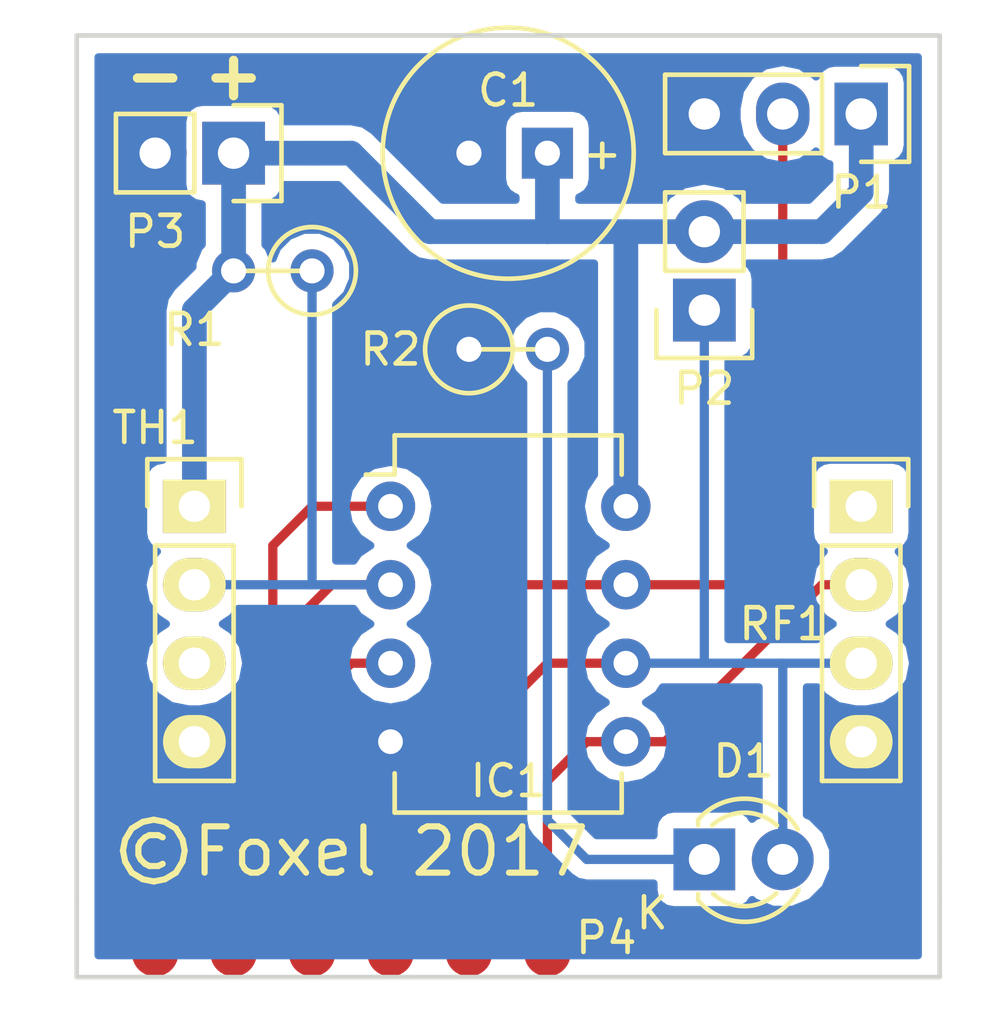
<source format=kicad_pcb>
(kicad_pcb (version 4) (host pcbnew 4.0.5+dfsg1-4)

  (general
    (links 26)
    (no_connects 0)
    (area 155.84 88.646666 188.625 122.67)
    (thickness 1.6)
    (drawings 10)
    (tracks 76)
    (zones 0)
    (modules 11)
    (nets 11)
  )

  (page A4)
  (layers
    (0 F.Cu signal)
    (31 B.Cu signal)
    (32 B.Adhes user)
    (33 F.Adhes user)
    (34 B.Paste user)
    (35 F.Paste user)
    (36 B.SilkS user)
    (37 F.SilkS user)
    (38 B.Mask user)
    (39 F.Mask user)
    (40 Dwgs.User user)
    (41 Cmts.User user)
    (42 Eco1.User user)
    (43 Eco2.User user)
    (44 Edge.Cuts user)
    (45 Margin user)
    (46 B.CrtYd user)
    (47 F.CrtYd user)
    (48 B.Fab user)
    (49 F.Fab user)
  )

  (setup
    (last_trace_width 0.3)
    (trace_clearance 0.3)
    (zone_clearance 0.5)
    (zone_45_only yes)
    (trace_min 0.2)
    (segment_width 0.2)
    (edge_width 0.15)
    (via_size 0.6)
    (via_drill 0.4)
    (via_min_size 0.4)
    (via_min_drill 0.3)
    (uvia_size 0.3)
    (uvia_drill 0.1)
    (uvias_allowed no)
    (uvia_min_size 0.2)
    (uvia_min_drill 0.1)
    (pcb_text_width 0.3)
    (pcb_text_size 1.5 1.5)
    (mod_edge_width 0.15)
    (mod_text_size 1 1)
    (mod_text_width 0.15)
    (pad_size 1.524 1.524)
    (pad_drill 0.762)
    (pad_to_mask_clearance 0.2)
    (aux_axis_origin 0 0)
    (visible_elements FFFFFF7F)
    (pcbplotparams
      (layerselection 0x010fc_80000001)
      (usegerberextensions false)
      (excludeedgelayer true)
      (linewidth 0.100000)
      (plotframeref false)
      (viasonmask false)
      (mode 1)
      (useauxorigin false)
      (hpglpennumber 1)
      (hpglpenspeed 20)
      (hpglpendiameter 15)
      (hpglpenoverlay 2)
      (psnegative false)
      (psa4output false)
      (plotreference true)
      (plotvalue true)
      (plotinvisibletext false)
      (padsonsilk false)
      (subtractmaskfromsilk false)
      (outputformat 1)
      (mirror false)
      (drillshape 0)
      (scaleselection 1)
      (outputdirectory ""))
  )

  (net 0 "")
  (net 1 +3V3)
  (net 2 Earth)
  (net 3 "Net-(IC1-Pad2)")
  (net 4 "Net-(IC1-Pad3)")
  (net 5 "Net-(TH1-Pad3)")
  (net 6 "Net-(IC1-Pad1)")
  (net 7 "Net-(IC1-Pad5)")
  (net 8 "Net-(IC1-Pad7)")
  (net 9 "Net-(D1-Pad1)")
  (net 10 "Net-(D1-Pad2)")

  (net_class Default "Это класс цепей по умолчанию."
    (clearance 0.3)
    (trace_width 0.3)
    (via_dia 0.6)
    (via_drill 0.4)
    (uvia_dia 0.3)
    (uvia_drill 0.1)
    (add_net "Net-(D1-Pad1)")
    (add_net "Net-(D1-Pad2)")
    (add_net "Net-(IC1-Pad1)")
    (add_net "Net-(IC1-Pad2)")
    (add_net "Net-(IC1-Pad3)")
    (add_net "Net-(IC1-Pad5)")
    (add_net "Net-(IC1-Pad7)")
    (add_net "Net-(TH1-Pad3)")
  )

  (net_class POWER ""
    (clearance 0.5)
    (trace_width 0.8)
    (via_dia 0.6)
    (via_drill 0.4)
    (uvia_dia 0.3)
    (uvia_drill 0.1)
    (add_net +3V3)
    (add_net Earth)
  )

  (module Housings_DIP:DIP-8_W7.62mm (layer F.Cu) (tedit 59CB3497) (tstamp 59CA125B)
    (at 168.91 105.41)
    (descr "8-lead dip package, row spacing 7.62 mm (300 mils)")
    (tags "dil dip 2.54 300")
    (path /59CA0DCA)
    (fp_text reference IC1 (at 3.81 8.89) (layer F.SilkS)
      (effects (font (size 1 1) (thickness 0.15)))
    )
    (fp_text value ATTINY85-P (at 0 -3.72) (layer F.Fab)
      (effects (font (size 1 1) (thickness 0.15)))
    )
    (fp_line (start -1.05 -2.45) (end -1.05 10.1) (layer F.CrtYd) (width 0.05))
    (fp_line (start 8.65 -2.45) (end 8.65 10.1) (layer F.CrtYd) (width 0.05))
    (fp_line (start -1.05 -2.45) (end 8.65 -2.45) (layer F.CrtYd) (width 0.05))
    (fp_line (start -1.05 10.1) (end 8.65 10.1) (layer F.CrtYd) (width 0.05))
    (fp_line (start 0.135 -2.295) (end 0.135 -1.025) (layer F.SilkS) (width 0.15))
    (fp_line (start 7.485 -2.295) (end 7.485 -1.025) (layer F.SilkS) (width 0.15))
    (fp_line (start 7.485 9.915) (end 7.485 8.645) (layer F.SilkS) (width 0.15))
    (fp_line (start 0.135 9.915) (end 0.135 8.645) (layer F.SilkS) (width 0.15))
    (fp_line (start 0.135 -2.295) (end 7.485 -2.295) (layer F.SilkS) (width 0.15))
    (fp_line (start 0.135 9.915) (end 7.485 9.915) (layer F.SilkS) (width 0.15))
    (fp_line (start 0.135 -1.025) (end -0.8 -1.025) (layer F.SilkS) (width 0.15))
    (pad 1 thru_hole oval (at 0 0) (size 1.6 1.6) (drill 0.8) (layers *.Cu *.Mask)
      (net 6 "Net-(IC1-Pad1)"))
    (pad 2 thru_hole oval (at 0 2.54) (size 1.6 1.6) (drill 0.8) (layers *.Cu *.Mask)
      (net 3 "Net-(IC1-Pad2)"))
    (pad 3 thru_hole oval (at 0 5.08) (size 1.6 1.6) (drill 0.8) (layers *.Cu *.Mask)
      (net 4 "Net-(IC1-Pad3)"))
    (pad 4 thru_hole oval (at 0 7.62) (size 1.6 1.6) (drill 0.8) (layers *.Cu *.Mask)
      (net 2 Earth))
    (pad 5 thru_hole oval (at 7.62 7.62) (size 1.6 1.6) (drill 0.8) (layers *.Cu *.Mask)
      (net 7 "Net-(IC1-Pad5)"))
    (pad 6 thru_hole oval (at 7.62 5.08) (size 1.6 1.6) (drill 0.8) (layers *.Cu *.Mask)
      (net 10 "Net-(D1-Pad2)"))
    (pad 7 thru_hole oval (at 7.62 2.54) (size 1.6 1.6) (drill 0.8) (layers *.Cu *.Mask)
      (net 8 "Net-(IC1-Pad7)"))
    (pad 8 thru_hole oval (at 7.62 0) (size 1.6 1.6) (drill 0.8) (layers *.Cu *.Mask)
      (net 1 +3V3))
    (model Housings_DIP.3dshapes/DIP-8_W7.62mm.wrl
      (at (xyz 0 0 0))
      (scale (xyz 1 1 1))
      (rotate (xyz 0 0 0))
    )
  )

  (module Discret:C1V8 (layer F.Cu) (tedit 0) (tstamp 59CA230C)
    (at 172.72 93.98 180)
    (path /59CA2C52)
    (fp_text reference C1 (at 0 2.032 180) (layer F.SilkS)
      (effects (font (size 1 1) (thickness 0.15)))
    )
    (fp_text value 100mF (at 0 -1.77546 180) (layer F.Fab)
      (effects (font (size 1 1) (thickness 0.15)))
    )
    (fp_text user + (at -3.04546 0 180) (layer F.SilkS)
      (effects (font (size 1 1) (thickness 0.15)))
    )
    (fp_circle (center 0 0) (end 4.064 0) (layer F.SilkS) (width 0.15))
    (pad 1 thru_hole rect (at -1.27 0 180) (size 1.651 1.651) (drill 0.8128) (layers *.Cu *.Mask)
      (net 1 +3V3))
    (pad 2 thru_hole circle (at 1.27 0 180) (size 1.651 1.651) (drill 0.8128) (layers *.Cu *.Mask)
      (net 2 Earth))
    (model Discret.3dshapes/C1V8.wrl
      (at (xyz 0 0 0))
      (scale (xyz 1 1 1))
      (rotate (xyz 0 0 0))
    )
  )

  (module Sensors:DHT22_Temperature_Humidity (layer F.Cu) (tedit 59CB35D1) (tstamp 59CA17A3)
    (at 162.56 109.22 270)
    (path /59CA1697)
    (fp_text reference TH1 (at -6.35 1.27 360) (layer F.SilkS)
      (effects (font (size 1 1) (thickness 0.15)))
    )
    (fp_text value DHT22_Temperature_Humidity (at 0 5.445 270) (layer F.Fab)
      (effects (font (size 1 1) (thickness 0.15)))
    )
    (fp_line (start -2.54 1.27) (end -2.54 -1.27) (layer F.SilkS) (width 0.15))
    (fp_line (start 5.08 1.27) (end -2.54 1.27) (layer F.SilkS) (width 0.15))
    (fp_line (start 5.08 -1.27) (end 5.08 1.27) (layer F.SilkS) (width 0.15))
    (fp_line (start -2.54 -1.27) (end 5.08 -1.27) (layer F.SilkS) (width 0.15))
    (fp_line (start -5.334 1.524) (end -3.81 1.524) (layer F.SilkS) (width 0.15))
    (fp_line (start -5.334 -1.524) (end -5.334 1.524) (layer F.SilkS) (width 0.15))
    (fp_line (start -3.81 -1.524) (end -5.334 -1.524) (layer F.SilkS) (width 0.15))
    (fp_line (start -7.62 4.3) (end 7.62 4.3) (layer B.CrtYd) (width 0.15))
    (fp_line (start -7.62 -3.3) (end -7.62 4.3) (layer B.CrtYd) (width 0.15))
    (fp_line (start 7.62 -3.3) (end 7.62 4.3) (layer B.CrtYd) (width 0.15))
    (fp_line (start -7.62 -3.3) (end 7.62 -3.3) (layer B.CrtYd) (width 0.15))
    (fp_line (start -7.62 -2) (end 7.62 -2) (layer B.CrtYd) (width 0.15))
    (pad 1 thru_hole rect (at -3.81 0) (size 2.032 1.7272) (drill 1.016) (layers *.Cu *.Mask F.SilkS)
      (net 1 +3V3))
    (pad 2 thru_hole oval (at -1.27 0) (size 2.032 1.7272) (drill 1.016) (layers *.Cu *.Mask F.SilkS)
      (net 3 "Net-(IC1-Pad2)"))
    (pad 3 thru_hole oval (at 1.27 0) (size 2.032 1.7272) (drill 1.016) (layers *.Cu *.Mask F.SilkS)
      (net 5 "Net-(TH1-Pad3)"))
    (pad 4 thru_hole oval (at 3.81 0) (size 2.032 1.7272) (drill 1.016) (layers *.Cu *.Mask F.SilkS)
      (net 2 Earth))
  )

  (module Sensors:RF_Transmitter_433_MHz_4PIN (layer F.Cu) (tedit 59CB3073) (tstamp 59CA1A32)
    (at 184.15 107.95 270)
    (path /59CA187F)
    (fp_text reference RF1 (at 1.27 2.54 360) (layer F.SilkS)
      (effects (font (size 1 1) (thickness 0.15)))
    )
    (fp_text value RF_Transmitter_433_MHz (at 0 2.54 270) (layer F.Fab)
      (effects (font (size 1 1) (thickness 0.15)))
    )
    (fp_line (start -1.27 -1.27) (end 6.35 -1.27) (layer F.SilkS) (width 0.15))
    (fp_line (start 6.35 -1.27) (end 6.35 1.27) (layer F.SilkS) (width 0.15))
    (fp_line (start 6.35 1.27) (end -1.27 1.27) (layer F.SilkS) (width 0.15))
    (fp_line (start -1.27 1.27) (end -1.27 -1.27) (layer F.SilkS) (width 0.15))
    (fp_line (start -4.064 1.524) (end -2.54 1.524) (layer F.SilkS) (width 0.15))
    (fp_line (start -4.064 -1.524) (end -4.064 1.524) (layer F.SilkS) (width 0.15))
    (fp_line (start -2.54 -1.524) (end -4.064 -1.524) (layer F.SilkS) (width 0.15))
    (fp_line (start -4.445 0.635) (end -4.445 -0.635) (layer F.CrtYd) (width 0.15))
    (fp_line (start -6.985 0.635) (end -4.445 0.635) (layer F.CrtYd) (width 0.15))
    (fp_line (start -6.985 -0.635) (end -6.985 0.635) (layer F.CrtYd) (width 0.15))
    (fp_line (start 9.525 -0.635) (end -9.525 -0.635) (layer F.CrtYd) (width 0.15))
    (fp_line (start 9.525 -1.905) (end 9.525 -0.635) (layer F.CrtYd) (width 0.15))
    (fp_line (start -9.525 -1.905) (end 9.525 -1.905) (layer F.CrtYd) (width 0.15))
    (fp_line (start -9.525 -0.635) (end -9.525 -1.905) (layer F.CrtYd) (width 0.15))
    (pad 3 thru_hole oval (at 5.08 0) (size 2.032 1.7272) (drill 1.016) (layers *.Cu *.Mask F.SilkS)
      (net 2 Earth))
    (pad "" thru_hole rect (at -2.54 0) (size 2.032 1.7272) (drill 1.016) (layers *.Cu *.Mask F.SilkS))
    (pad 1 thru_hole oval (at 0 0) (size 2.032 1.7272) (drill 1.016) (layers *.Cu *.Mask F.SilkS)
      (net 7 "Net-(IC1-Pad5)"))
    (pad 2 thru_hole oval (at 2.54 0) (size 2.032 1.7272) (drill 1.016) (layers *.Cu *.Mask F.SilkS)
      (net 10 "Net-(D1-Pad2)"))
  )

  (module Discret:R1 (layer F.Cu) (tedit 59CB34FE) (tstamp 59CA1EBF)
    (at 165.1 97.79 180)
    (descr "Resistance verticale")
    (tags R)
    (path /59CA1D76)
    (fp_text reference R1 (at 2.54 -1.905 360) (layer F.SilkS)
      (effects (font (size 1 1) (thickness 0.15)))
    )
    (fp_text value 10K (at -1.143 2.54 180) (layer F.Fab)
      (effects (font (size 1 1) (thickness 0.15)))
    )
    (fp_line (start -1.27 0) (end 1.27 0) (layer F.SilkS) (width 0.15))
    (fp_circle (center -1.27 0) (end -0.635 1.27) (layer F.SilkS) (width 0.15))
    (pad 1 thru_hole circle (at -1.27 0 180) (size 1.397 1.397) (drill 0.8128) (layers *.Cu *.Mask)
      (net 3 "Net-(IC1-Pad2)"))
    (pad 2 thru_hole circle (at 1.27 0 180) (size 1.397 1.397) (drill 0.8128) (layers *.Cu *.Mask)
      (net 1 +3V3))
    (model Discret.3dshapes/R1.wrl
      (at (xyz 0 0 0))
      (scale (xyz 1 1 1))
      (rotate (xyz 0 0 0))
    )
  )

  (module Pin_Headers:Pin_Header_Straight_1x02 (layer F.Cu) (tedit 59CB306A) (tstamp 59CA7350)
    (at 179.07 99.06 180)
    (descr "Through hole pin header")
    (tags "pin header")
    (path /59CA7973)
    (fp_text reference P2 (at 0 -2.54 180) (layer F.SilkS)
      (effects (font (size 1 1) (thickness 0.15)))
    )
    (fp_text value BIND_BTN (at 0 -3.1 180) (layer F.Fab)
      (effects (font (size 1 1) (thickness 0.15)))
    )
    (fp_line (start 1.27 1.27) (end 1.27 3.81) (layer F.SilkS) (width 0.15))
    (fp_line (start 1.55 -1.55) (end 1.55 0) (layer F.SilkS) (width 0.15))
    (fp_line (start -1.75 -1.75) (end -1.75 4.3) (layer F.CrtYd) (width 0.05))
    (fp_line (start 1.75 -1.75) (end 1.75 4.3) (layer F.CrtYd) (width 0.05))
    (fp_line (start -1.75 -1.75) (end 1.75 -1.75) (layer F.CrtYd) (width 0.05))
    (fp_line (start -1.75 4.3) (end 1.75 4.3) (layer F.CrtYd) (width 0.05))
    (fp_line (start 1.27 1.27) (end -1.27 1.27) (layer F.SilkS) (width 0.15))
    (fp_line (start -1.55 0) (end -1.55 -1.55) (layer F.SilkS) (width 0.15))
    (fp_line (start -1.55 -1.55) (end 1.55 -1.55) (layer F.SilkS) (width 0.15))
    (fp_line (start -1.27 1.27) (end -1.27 3.81) (layer F.SilkS) (width 0.15))
    (fp_line (start -1.27 3.81) (end 1.27 3.81) (layer F.SilkS) (width 0.15))
    (pad 1 thru_hole rect (at 0 0 180) (size 2.032 2.032) (drill 1.016) (layers *.Cu *.Mask)
      (net 10 "Net-(D1-Pad2)"))
    (pad 2 thru_hole oval (at 0 2.54 180) (size 2.032 2.032) (drill 1.016) (layers *.Cu *.Mask)
      (net 1 +3V3))
    (model Pin_Headers.3dshapes/Pin_Header_Straight_1x02.wrl
      (at (xyz 0 -0.05 0))
      (scale (xyz 1 1 1))
      (rotate (xyz 0 0 90))
    )
  )

  (module Pin_Headers:Pin_Header_Straight_1x02 (layer F.Cu) (tedit 59CB3065) (tstamp 59CA7356)
    (at 163.83 93.98 270)
    (descr "Through hole pin header")
    (tags "pin header")
    (path /59CA1DC3)
    (fp_text reference P3 (at 2.54 2.54 360) (layer F.SilkS)
      (effects (font (size 1 1) (thickness 0.15)))
    )
    (fp_text value CONN_01X02 (at 0 -3.1 270) (layer F.Fab)
      (effects (font (size 1 1) (thickness 0.15)))
    )
    (fp_line (start 1.27 1.27) (end 1.27 3.81) (layer F.SilkS) (width 0.15))
    (fp_line (start 1.55 -1.55) (end 1.55 0) (layer F.SilkS) (width 0.15))
    (fp_line (start -1.75 -1.75) (end -1.75 4.3) (layer F.CrtYd) (width 0.05))
    (fp_line (start 1.75 -1.75) (end 1.75 4.3) (layer F.CrtYd) (width 0.05))
    (fp_line (start -1.75 -1.75) (end 1.75 -1.75) (layer F.CrtYd) (width 0.05))
    (fp_line (start -1.75 4.3) (end 1.75 4.3) (layer F.CrtYd) (width 0.05))
    (fp_line (start 1.27 1.27) (end -1.27 1.27) (layer F.SilkS) (width 0.15))
    (fp_line (start -1.55 0) (end -1.55 -1.55) (layer F.SilkS) (width 0.15))
    (fp_line (start -1.55 -1.55) (end 1.55 -1.55) (layer F.SilkS) (width 0.15))
    (fp_line (start -1.27 1.27) (end -1.27 3.81) (layer F.SilkS) (width 0.15))
    (fp_line (start -1.27 3.81) (end 1.27 3.81) (layer F.SilkS) (width 0.15))
    (pad 1 thru_hole rect (at 0 0 270) (size 2.032 2.032) (drill 1.016) (layers *.Cu *.Mask)
      (net 1 +3V3))
    (pad 2 thru_hole oval (at 0 2.54 270) (size 2.032 2.032) (drill 1.016) (layers *.Cu *.Mask)
      (net 2 Earth))
    (model Pin_Headers.3dshapes/Pin_Header_Straight_1x02.wrl
      (at (xyz 0 -0.05 0))
      (scale (xyz 1 1 1))
      (rotate (xyz 0 0 90))
    )
  )

  (module Pin_Headers:Pin_Header_Straight_1x03 (layer F.Cu) (tedit 59CA750E) (tstamp 59CA73AC)
    (at 184.15 92.71 270)
    (descr "Through hole pin header")
    (tags "pin header")
    (path /59CA7795)
    (fp_text reference P1 (at 2.54 0 360) (layer F.SilkS)
      (effects (font (size 1 1) (thickness 0.15)))
    )
    (fp_text value PIR (at 0 -3.1 270) (layer F.Fab)
      (effects (font (size 1 1) (thickness 0.15)))
    )
    (fp_line (start -1.75 -1.75) (end -1.75 6.85) (layer F.CrtYd) (width 0.05))
    (fp_line (start 1.75 -1.75) (end 1.75 6.85) (layer F.CrtYd) (width 0.05))
    (fp_line (start -1.75 -1.75) (end 1.75 -1.75) (layer F.CrtYd) (width 0.05))
    (fp_line (start -1.75 6.85) (end 1.75 6.85) (layer F.CrtYd) (width 0.05))
    (fp_line (start -1.27 1.27) (end -1.27 6.35) (layer F.SilkS) (width 0.15))
    (fp_line (start -1.27 6.35) (end 1.27 6.35) (layer F.SilkS) (width 0.15))
    (fp_line (start 1.27 6.35) (end 1.27 1.27) (layer F.SilkS) (width 0.15))
    (fp_line (start 1.55 -1.55) (end 1.55 0) (layer F.SilkS) (width 0.15))
    (fp_line (start 1.27 1.27) (end -1.27 1.27) (layer F.SilkS) (width 0.15))
    (fp_line (start -1.55 0) (end -1.55 -1.55) (layer F.SilkS) (width 0.15))
    (fp_line (start -1.55 -1.55) (end 1.55 -1.55) (layer F.SilkS) (width 0.15))
    (pad 1 thru_hole rect (at 0 0 270) (size 2.032 1.7272) (drill 1.016) (layers *.Cu *.Mask)
      (net 1 +3V3))
    (pad 2 thru_hole oval (at 0 2.54 270) (size 2.032 1.7272) (drill 1.016) (layers *.Cu *.Mask)
      (net 8 "Net-(IC1-Pad7)"))
    (pad 3 thru_hole oval (at 0 5.08 270) (size 2.032 1.7272) (drill 1.016) (layers *.Cu *.Mask)
      (net 2 Earth))
    (model Pin_Headers.3dshapes/Pin_Header_Straight_1x03.wrl
      (at (xyz 0 -0.1 0))
      (scale (xyz 1 1 1))
      (rotate (xyz 0 0 90))
    )
  )

  (module Sensors:SMD_Pads (layer F.Cu) (tedit 59CB36CB) (tstamp 59CA7DD7)
    (at 166.37 121.92)
    (path /59CA8CD3)
    (fp_text reference P4 (at 9.525 -2.54 180) (layer F.SilkS)
      (effects (font (size 1 1) (thickness 0.15)))
    )
    (fp_text value CONN_01X06 (at 0 -5.08) (layer F.Fab)
      (effects (font (size 1 1) (thickness 0.15)))
    )
    (pad 1 smd oval (at -5.08 -2.54) (size 1.5 2.5) (layers F.Cu F.Paste F.Mask)
      (net 6 "Net-(IC1-Pad1)"))
    (pad 2 smd oval (at -2.54 -2.54) (size 1.5 2.5) (layers F.Cu F.Paste F.Mask)
      (net 3 "Net-(IC1-Pad2)"))
    (pad 3 smd oval (at 0 -2.54) (size 1.5 2.5) (layers F.Cu F.Paste F.Mask)
      (net 4 "Net-(IC1-Pad3)"))
    (pad 4 smd oval (at 2.54 -2.54) (size 1.5 2.5) (layers F.Cu F.Paste F.Mask)
      (net 8 "Net-(IC1-Pad7)"))
    (pad 5 smd oval (at 5.08 -2.54) (size 1.5 2.5) (layers F.Cu F.Paste F.Mask)
      (net 10 "Net-(D1-Pad2)"))
    (pad 6 smd oval (at 7.62 -2.54) (size 1.5 2.5) (layers F.Cu F.Paste F.Mask)
      (net 7 "Net-(IC1-Pad5)"))
  )

  (module LEDs:LED-3MM (layer F.Cu) (tedit 59CB3466) (tstamp 59CB26AF)
    (at 179.07 116.84)
    (descr "LED 3mm round vertical")
    (tags "LED  3mm round vertical")
    (path /59CB27EF)
    (fp_text reference D1 (at 1.27 -3.175) (layer F.SilkS)
      (effects (font (size 1 1) (thickness 0.15)))
    )
    (fp_text value LED (at 1.3 -2.9) (layer F.Fab)
      (effects (font (size 1 1) (thickness 0.15)))
    )
    (fp_line (start -1.2 2.3) (end 3.8 2.3) (layer F.CrtYd) (width 0.05))
    (fp_line (start 3.8 2.3) (end 3.8 -2.2) (layer F.CrtYd) (width 0.05))
    (fp_line (start 3.8 -2.2) (end -1.2 -2.2) (layer F.CrtYd) (width 0.05))
    (fp_line (start -1.2 -2.2) (end -1.2 2.3) (layer F.CrtYd) (width 0.05))
    (fp_line (start -0.199 1.314) (end -0.199 1.114) (layer F.SilkS) (width 0.15))
    (fp_line (start -0.199 -1.28) (end -0.199 -1.1) (layer F.SilkS) (width 0.15))
    (fp_arc (start 1.301 0.034) (end -0.199 -1.286) (angle 108.5) (layer F.SilkS) (width 0.15))
    (fp_arc (start 1.301 0.034) (end 0.25 -1.1) (angle 85.7) (layer F.SilkS) (width 0.15))
    (fp_arc (start 1.311 0.034) (end 3.051 0.994) (angle 110) (layer F.SilkS) (width 0.15))
    (fp_arc (start 1.301 0.034) (end 2.335 1.094) (angle 87.5) (layer F.SilkS) (width 0.15))
    (fp_text user K (at -1.69 1.74) (layer F.SilkS)
      (effects (font (size 1 1) (thickness 0.15)))
    )
    (pad 1 thru_hole rect (at 0 0 90) (size 2 2) (drill 1.00076) (layers *.Cu *.Mask)
      (net 9 "Net-(D1-Pad1)"))
    (pad 2 thru_hole circle (at 2.54 0) (size 2 2) (drill 1.00076) (layers *.Cu *.Mask)
      (net 10 "Net-(D1-Pad2)"))
    (model LEDs.3dshapes/LED-3MM.wrl
      (at (xyz 0.05 0 0))
      (scale (xyz 1 1 1))
      (rotate (xyz 0 0 90))
    )
  )

  (module Discret:R1 (layer F.Cu) (tedit 59CB330B) (tstamp 59CB2E1A)
    (at 172.72 100.33)
    (descr "Resistance verticale")
    (tags R)
    (path /59CB2772)
    (fp_text reference R2 (at -3.81 0) (layer F.SilkS)
      (effects (font (size 1 1) (thickness 0.15)))
    )
    (fp_text value R (at -1.143 2.54) (layer F.Fab)
      (effects (font (size 1 1) (thickness 0.15)))
    )
    (fp_line (start -1.27 0) (end 1.27 0) (layer F.SilkS) (width 0.15))
    (fp_circle (center -1.27 0) (end -0.635 1.27) (layer F.SilkS) (width 0.15))
    (pad 1 thru_hole circle (at -1.27 0) (size 1.397 1.397) (drill 0.8128) (layers *.Cu *.Mask)
      (net 2 Earth))
    (pad 2 thru_hole circle (at 1.27 0) (size 1.397 1.397) (drill 0.8128) (layers *.Cu *.Mask)
      (net 9 "Net-(D1-Pad1)"))
    (model Discret.3dshapes/R1.wrl
      (at (xyz 0 0 0))
      (scale (xyz 1 1 1))
      (rotate (xyz 0 0 0))
    )
  )

  (gr_text "©Foxel 2017" (at 167.64 116.586) (layer F.SilkS)
    (effects (font (size 1.5 1.5) (thickness 0.2)))
  )
  (gr_text - (at 161.29 91.44) (layer F.SilkS)
    (effects (font (size 1.5 1.5) (thickness 0.3)))
  )
  (gr_line (start 158.75 120.65) (end 158.75 118.11) (angle 90) (layer Edge.Cuts) (width 0.15))
  (gr_line (start 186.69 120.65) (end 158.75 120.65) (angle 90) (layer Edge.Cuts) (width 0.15))
  (gr_line (start 186.69 118.11) (end 186.69 120.65) (angle 90) (layer Edge.Cuts) (width 0.15))
  (gr_text + (at 163.83 91.44) (layer F.SilkS)
    (effects (font (size 1.5 1.5) (thickness 0.3)))
  )
  (gr_line (start 158.75 118.11) (end 158.75 90.17) (angle 90) (layer Edge.Cuts) (width 0.15))
  (gr_line (start 186.69 116.84) (end 186.69 118.11) (angle 90) (layer Edge.Cuts) (width 0.15))
  (gr_line (start 186.69 90.17) (end 186.69 116.84) (angle 90) (layer Edge.Cuts) (width 0.15))
  (gr_line (start 158.75 90.17) (end 186.69 90.17) (angle 90) (layer Edge.Cuts) (width 0.15))

  (segment (start 176.53 105.41) (end 176.53 96.52) (width 0.8) (layer B.Cu) (net 1))
  (segment (start 163.83 97.79) (end 162.56 99.06) (width 0.8) (layer B.Cu) (net 1))
  (segment (start 162.56 99.06) (end 162.56 105.41) (width 0.8) (layer B.Cu) (net 1) (tstamp 59CB2A31))
  (segment (start 163.83 93.98) (end 163.83 97.79) (width 0.8) (layer B.Cu) (net 1))
  (segment (start 163.83 93.98) (end 166.37 93.98) (width 0.8) (layer B.Cu) (net 1))
  (segment (start 170.18 96.52) (end 173.99 96.52) (width 0.8) (layer B.Cu) (net 1))
  (segment (start 167.64 93.98) (end 166.37 93.98) (width 0.8) (layer B.Cu) (net 1) (tstamp 59CB29DA))
  (segment (start 170.18 96.52) (end 167.64 93.98) (width 0.8) (layer B.Cu) (net 1) (tstamp 59CB29D9))
  (segment (start 179.07 96.52) (end 176.53 96.52) (width 0.8) (layer B.Cu) (net 1))
  (segment (start 176.53 96.52) (end 173.99 96.52) (width 0.8) (layer B.Cu) (net 1) (tstamp 59CB2BF5))
  (segment (start 173.99 96.52) (end 173.99 93.98) (width 0.8) (layer B.Cu) (net 1) (tstamp 59CB29D6))
  (segment (start 184.15 92.71) (end 184.15 95.25) (width 0.8) (layer B.Cu) (net 1))
  (segment (start 182.88 96.52) (end 179.07 96.52) (width 0.8) (layer B.Cu) (net 1) (tstamp 59CB29D3))
  (segment (start 184.15 95.25) (end 182.88 96.52) (width 0.8) (layer B.Cu) (net 1) (tstamp 59CB29D1))
  (segment (start 171.45 100.33) (end 171.45 113.03) (width 0.8) (layer B.Cu) (net 2))
  (segment (start 171.45 113.03) (end 168.91 113.03) (width 0.8) (layer B.Cu) (net 2) (tstamp 59CB2F2A))
  (segment (start 184.15 113.03) (end 184.15 118.11) (width 0.8) (layer B.Cu) (net 2))
  (segment (start 171.45 116.84) (end 171.45 113.03) (width 0.8) (layer B.Cu) (net 2) (tstamp 59CB2F22))
  (segment (start 173.99 119.38) (end 171.45 116.84) (width 0.8) (layer B.Cu) (net 2) (tstamp 59CB2F1A))
  (segment (start 182.88 119.38) (end 173.99 119.38) (width 0.8) (layer B.Cu) (net 2) (tstamp 59CB2F16))
  (segment (start 184.15 118.11) (end 182.88 119.38) (width 0.8) (layer B.Cu) (net 2) (tstamp 59CB2F14))
  (segment (start 162.56 113.03) (end 168.91 113.03) (width 0.8) (layer B.Cu) (net 2))
  (segment (start 161.29 93.98) (end 161.29 95.25) (width 0.8) (layer B.Cu) (net 2))
  (segment (start 161.29 113.03) (end 162.56 113.03) (width 0.8) (layer B.Cu) (net 2) (tstamp 59CB2A1D))
  (segment (start 160.02 111.76) (end 161.29 113.03) (width 0.8) (layer B.Cu) (net 2) (tstamp 59CB2A1B))
  (segment (start 160.02 96.52) (end 160.02 111.76) (width 0.8) (layer B.Cu) (net 2) (tstamp 59CB2A17))
  (segment (start 161.29 95.25) (end 160.02 96.52) (width 0.8) (layer B.Cu) (net 2) (tstamp 59CB2A15))
  (segment (start 171.45 91.44) (end 162.56 91.44) (width 0.8) (layer B.Cu) (net 2))
  (segment (start 161.29 92.71) (end 161.29 93.98) (width 0.8) (layer B.Cu) (net 2) (tstamp 59CB2A12))
  (segment (start 162.56 91.44) (end 161.29 92.71) (width 0.8) (layer B.Cu) (net 2) (tstamp 59CB2A11))
  (segment (start 171.45 91.44) (end 171.45 93.98) (width 0.8) (layer B.Cu) (net 2))
  (segment (start 177.8 91.44) (end 179.07 92.71) (width 0.8) (layer B.Cu) (net 2) (tstamp 59CB288C))
  (segment (start 171.45 91.44) (end 177.8 91.44) (width 0.8) (layer B.Cu) (net 2) (tstamp 59CB2890))
  (segment (start 168.91 107.95) (end 167.005 107.95) (width 0.3) (layer F.Cu) (net 3))
  (segment (start 163.83 116.205) (end 163.83 119.38) (width 0.3) (layer F.Cu) (net 3) (tstamp 59CB2F9A))
  (segment (start 165.735 114.3) (end 163.83 116.205) (width 0.3) (layer F.Cu) (net 3) (tstamp 59CB2F8E))
  (segment (start 165.735 109.22) (end 165.735 114.3) (width 0.3) (layer F.Cu) (net 3) (tstamp 59CB2F8D))
  (segment (start 167.005 107.95) (end 165.735 109.22) (width 0.3) (layer F.Cu) (net 3) (tstamp 59CB2F8C))
  (segment (start 166.37 107.95) (end 168.91 107.95) (width 0.3) (layer B.Cu) (net 3))
  (segment (start 166.37 97.79) (end 166.37 107.95) (width 0.3) (layer B.Cu) (net 3))
  (segment (start 166.37 107.95) (end 162.56 107.95) (width 0.3) (layer B.Cu) (net 3) (tstamp 59CB2EBF))
  (segment (start 168.91 110.49) (end 167.64 110.49) (width 0.3) (layer F.Cu) (net 4))
  (segment (start 166.37 111.76) (end 166.37 119.38) (width 0.3) (layer F.Cu) (net 4) (tstamp 59CB2FA0))
  (segment (start 167.64 110.49) (end 166.37 111.76) (width 0.3) (layer F.Cu) (net 4) (tstamp 59CB2F9E))
  (segment (start 168.91 105.41) (end 166.37 105.41) (width 0.3) (layer F.Cu) (net 6))
  (segment (start 161.29 117.475) (end 161.29 119.38) (width 0.3) (layer F.Cu) (net 6) (tstamp 59CB2F88))
  (segment (start 165.1 113.665) (end 161.29 117.475) (width 0.3) (layer F.Cu) (net 6) (tstamp 59CB2F82))
  (segment (start 165.1 106.68) (end 165.1 113.665) (width 0.3) (layer F.Cu) (net 6) (tstamp 59CB2F80))
  (segment (start 166.37 105.41) (end 165.1 106.68) (width 0.3) (layer F.Cu) (net 6) (tstamp 59CB2F7B))
  (segment (start 184.15 107.95) (end 182.88 107.95) (width 0.3) (layer F.Cu) (net 7))
  (segment (start 177.8 113.03) (end 176.53 113.03) (width 0.3) (layer F.Cu) (net 7) (tstamp 59CB2FFF))
  (segment (start 182.88 107.95) (end 177.8 113.03) (width 0.3) (layer F.Cu) (net 7) (tstamp 59CB2FFE))
  (segment (start 176.53 113.03) (end 175.26 113.03) (width 0.3) (layer F.Cu) (net 7))
  (segment (start 173.99 114.3) (end 173.99 119.38) (width 0.3) (layer F.Cu) (net 7) (tstamp 59CB2FAA))
  (segment (start 175.26 113.03) (end 173.99 114.3) (width 0.3) (layer F.Cu) (net 7) (tstamp 59CB2FA4))
  (segment (start 176.53 107.95) (end 180.34 107.95) (width 0.3) (layer F.Cu) (net 8))
  (segment (start 181.61 106.68) (end 181.61 92.71) (width 0.3) (layer F.Cu) (net 8) (tstamp 59CB2FF6))
  (segment (start 180.34 107.95) (end 181.61 106.68) (width 0.3) (layer F.Cu) (net 8) (tstamp 59CB2FEC))
  (segment (start 176.53 107.95) (end 172.72 107.95) (width 0.3) (layer F.Cu) (net 8))
  (segment (start 168.91 117.475) (end 168.91 119.38) (width 0.3) (layer F.Cu) (net 8) (tstamp 59CB2FE1))
  (segment (start 171.45 114.935) (end 168.91 117.475) (width 0.3) (layer F.Cu) (net 8) (tstamp 59CB2FDE))
  (segment (start 171.45 109.22) (end 171.45 114.935) (width 0.3) (layer F.Cu) (net 8) (tstamp 59CB2FDA))
  (segment (start 172.72 107.95) (end 171.45 109.22) (width 0.3) (layer F.Cu) (net 8) (tstamp 59CB2FD6))
  (segment (start 173.99 100.33) (end 173.99 115.57) (width 0.3) (layer B.Cu) (net 9))
  (segment (start 175.26 116.84) (end 179.07 116.84) (width 0.3) (layer B.Cu) (net 9) (tstamp 59CB2EE5))
  (segment (start 173.99 115.57) (end 175.26 116.84) (width 0.3) (layer B.Cu) (net 9) (tstamp 59CB2EE2))
  (segment (start 176.53 110.49) (end 173.99 110.49) (width 0.3) (layer F.Cu) (net 10))
  (segment (start 171.45 117.475) (end 171.45 119.38) (width 0.3) (layer F.Cu) (net 10) (tstamp 59CB2FD2))
  (segment (start 172.72 116.205) (end 171.45 117.475) (width 0.3) (layer F.Cu) (net 10) (tstamp 59CB2FCC))
  (segment (start 172.72 111.76) (end 172.72 116.205) (width 0.3) (layer F.Cu) (net 10) (tstamp 59CB2FCB))
  (segment (start 173.99 110.49) (end 172.72 111.76) (width 0.3) (layer F.Cu) (net 10) (tstamp 59CB2FCA))
  (segment (start 179.07 99.06) (end 179.07 110.49) (width 0.3) (layer B.Cu) (net 10))
  (segment (start 181.61 116.84) (end 181.61 110.49) (width 0.3) (layer B.Cu) (net 10))
  (segment (start 176.53 110.49) (end 179.07 110.49) (width 0.3) (layer B.Cu) (net 10))
  (segment (start 179.07 110.49) (end 181.61 110.49) (width 0.3) (layer B.Cu) (net 10) (tstamp 59CB2EFC))
  (segment (start 181.61 110.49) (end 184.15 110.49) (width 0.3) (layer B.Cu) (net 10) (tstamp 59CB2EEF))

  (zone (net 2) (net_name Earth) (layer B.Cu) (tstamp 59CB302E) (hatch edge 0.508)
    (connect_pads yes (clearance 0.5))
    (min_thickness 0.254)
    (fill yes (arc_segments 16) (thermal_gap 0.508) (thermal_bridge_width 0.508))
    (polygon
      (pts
        (xy 186.69 120.65) (xy 158.75 120.65) (xy 158.75 90.17) (xy 186.69 90.17)
      )
    )
    (filled_polygon
      (pts
        (xy 185.988 119.948) (xy 159.452 119.948) (xy 159.452 107.95) (xy 160.884812 107.95) (xy 160.998277 108.520428)
        (xy 161.321399 109.004013) (xy 161.644646 109.22) (xy 161.321399 109.435987) (xy 160.998277 109.919572) (xy 160.884812 110.49)
        (xy 160.998277 111.060428) (xy 161.321399 111.544013) (xy 161.804984 111.867135) (xy 162.375412 111.9806) (xy 162.744588 111.9806)
        (xy 163.315016 111.867135) (xy 163.798601 111.544013) (xy 164.121723 111.060428) (xy 164.235188 110.49) (xy 164.121723 109.919572)
        (xy 163.798601 109.435987) (xy 163.475354 109.22) (xy 163.798601 109.004013) (xy 163.983696 108.727) (xy 167.717957 108.727)
        (xy 167.873002 108.959041) (xy 168.263554 109.22) (xy 167.873002 109.480959) (xy 167.563667 109.943911) (xy 167.455043 110.49)
        (xy 167.563667 111.036089) (xy 167.873002 111.499041) (xy 168.335954 111.808376) (xy 168.882043 111.917) (xy 168.937957 111.917)
        (xy 169.484046 111.808376) (xy 169.946998 111.499041) (xy 170.256333 111.036089) (xy 170.364957 110.49) (xy 170.256333 109.943911)
        (xy 169.946998 109.480959) (xy 169.556446 109.22) (xy 169.946998 108.959041) (xy 170.256333 108.496089) (xy 170.364957 107.95)
        (xy 170.256333 107.403911) (xy 169.946998 106.940959) (xy 169.556446 106.68) (xy 169.946998 106.419041) (xy 170.256333 105.956089)
        (xy 170.364957 105.41) (xy 170.256333 104.863911) (xy 169.946998 104.400959) (xy 169.484046 104.091624) (xy 168.937957 103.983)
        (xy 168.882043 103.983) (xy 168.335954 104.091624) (xy 167.873002 104.400959) (xy 167.563667 104.863911) (xy 167.455043 105.41)
        (xy 167.563667 105.956089) (xy 167.873002 106.419041) (xy 168.263554 106.68) (xy 167.873002 106.940959) (xy 167.717957 107.173)
        (xy 167.147 107.173) (xy 167.147 98.88726) (xy 167.493049 98.541816) (xy 167.695269 98.054815) (xy 167.69573 97.527498)
        (xy 167.494359 97.040146) (xy 167.121816 96.666951) (xy 166.634815 96.464731) (xy 166.107498 96.46427) (xy 165.620146 96.665641)
        (xy 165.246951 97.038184) (xy 165.099888 97.392351) (xy 164.954359 97.040146) (xy 164.857 96.942617) (xy 164.857 95.633213)
        (xy 165.078352 95.591563) (xy 165.291753 95.454243) (xy 165.434917 95.244717) (xy 165.483055 95.007) (xy 167.214602 95.007)
        (xy 169.453799 97.246196) (xy 169.453801 97.246199) (xy 169.679469 97.396985) (xy 169.786984 97.468824) (xy 170.18 97.547)
        (xy 175.503 97.547) (xy 175.503 104.394279) (xy 175.493002 104.400959) (xy 175.183667 104.863911) (xy 175.075043 105.41)
        (xy 175.183667 105.956089) (xy 175.493002 106.419041) (xy 175.883554 106.68) (xy 175.493002 106.940959) (xy 175.183667 107.403911)
        (xy 175.075043 107.95) (xy 175.183667 108.496089) (xy 175.493002 108.959041) (xy 175.883554 109.22) (xy 175.493002 109.480959)
        (xy 175.183667 109.943911) (xy 175.075043 110.49) (xy 175.183667 111.036089) (xy 175.493002 111.499041) (xy 175.883554 111.76)
        (xy 175.493002 112.020959) (xy 175.183667 112.483911) (xy 175.075043 113.03) (xy 175.183667 113.576089) (xy 175.493002 114.039041)
        (xy 175.955954 114.348376) (xy 176.502043 114.457) (xy 176.557957 114.457) (xy 177.104046 114.348376) (xy 177.566998 114.039041)
        (xy 177.876333 113.576089) (xy 177.984957 113.03) (xy 177.876333 112.483911) (xy 177.566998 112.020959) (xy 177.176446 111.76)
        (xy 177.566998 111.499041) (xy 177.722043 111.267) (xy 180.833 111.267) (xy 180.833 115.400633) (xy 180.689582 115.459892)
        (xy 180.617066 115.532282) (xy 180.528243 115.394247) (xy 180.318717 115.251083) (xy 180.07 115.200717) (xy 178.07 115.200717)
        (xy 177.837648 115.244437) (xy 177.624247 115.381757) (xy 177.481083 115.591283) (xy 177.430717 115.84) (xy 177.430717 116.063)
        (xy 175.581844 116.063) (xy 174.767 115.248156) (xy 174.767 101.42726) (xy 175.113049 101.081816) (xy 175.315269 100.594815)
        (xy 175.31573 100.067498) (xy 175.114359 99.580146) (xy 174.741816 99.206951) (xy 174.254815 99.004731) (xy 173.727498 99.00427)
        (xy 173.240146 99.205641) (xy 172.866951 99.578184) (xy 172.664731 100.065185) (xy 172.66427 100.592502) (xy 172.865641 101.079854)
        (xy 173.213 101.427821) (xy 173.213 115.57) (xy 173.272146 115.867345) (xy 173.440578 116.119422) (xy 174.710578 117.389422)
        (xy 174.962655 117.557854) (xy 175.26 117.617) (xy 177.430717 117.617) (xy 177.430717 117.84) (xy 177.474437 118.072352)
        (xy 177.611757 118.285753) (xy 177.821283 118.428917) (xy 178.07 118.479283) (xy 180.07 118.479283) (xy 180.302352 118.435563)
        (xy 180.515753 118.298243) (xy 180.617756 118.148958) (xy 180.687175 118.218499) (xy 181.28495 118.466717) (xy 181.932211 118.467282)
        (xy 182.530418 118.220108) (xy 182.988499 117.762825) (xy 183.236717 117.16505) (xy 183.237282 116.517789) (xy 182.990108 115.919582)
        (xy 182.532825 115.461501) (xy 182.387 115.400949) (xy 182.387 111.267) (xy 182.726304 111.267) (xy 182.911399 111.544013)
        (xy 183.394984 111.867135) (xy 183.965412 111.9806) (xy 184.334588 111.9806) (xy 184.905016 111.867135) (xy 185.388601 111.544013)
        (xy 185.711723 111.060428) (xy 185.825188 110.49) (xy 185.711723 109.919572) (xy 185.388601 109.435987) (xy 185.065354 109.22)
        (xy 185.388601 109.004013) (xy 185.711723 108.520428) (xy 185.825188 107.95) (xy 185.711723 107.379572) (xy 185.388601 106.895987)
        (xy 185.35942 106.876489) (xy 185.398352 106.869163) (xy 185.611753 106.731843) (xy 185.754917 106.522317) (xy 185.805283 106.2736)
        (xy 185.805283 104.5464) (xy 185.761563 104.314048) (xy 185.624243 104.100647) (xy 185.414717 103.957483) (xy 185.166 103.907117)
        (xy 183.134 103.907117) (xy 182.901648 103.950837) (xy 182.688247 104.088157) (xy 182.545083 104.297683) (xy 182.494717 104.5464)
        (xy 182.494717 106.2736) (xy 182.538437 106.505952) (xy 182.675757 106.719353) (xy 182.885283 106.862517) (xy 182.943766 106.87436)
        (xy 182.911399 106.895987) (xy 182.588277 107.379572) (xy 182.474812 107.95) (xy 182.588277 108.520428) (xy 182.911399 109.004013)
        (xy 183.234646 109.22) (xy 182.911399 109.435987) (xy 182.726304 109.713) (xy 179.847 109.713) (xy 179.847 100.715283)
        (xy 180.086 100.715283) (xy 180.318352 100.671563) (xy 180.531753 100.534243) (xy 180.674917 100.324717) (xy 180.725283 100.076)
        (xy 180.725283 98.044) (xy 180.681563 97.811648) (xy 180.544243 97.598247) (xy 180.469241 97.547) (xy 182.88 97.547)
        (xy 183.273016 97.468824) (xy 183.606199 97.246199) (xy 184.876199 95.976199) (xy 185.098824 95.643016) (xy 185.177 95.25)
        (xy 185.177 94.334537) (xy 185.245952 94.321563) (xy 185.459353 94.184243) (xy 185.602517 93.974717) (xy 185.652883 93.726)
        (xy 185.652883 91.694) (xy 185.609163 91.461648) (xy 185.471843 91.248247) (xy 185.262317 91.105083) (xy 185.0136 91.054717)
        (xy 183.2864 91.054717) (xy 183.054048 91.098437) (xy 182.840647 91.235757) (xy 182.697483 91.445283) (xy 182.68564 91.503766)
        (xy 182.664013 91.471399) (xy 182.180428 91.148277) (xy 181.61 91.034812) (xy 181.039572 91.148277) (xy 180.555987 91.471399)
        (xy 180.232865 91.954984) (xy 180.1194 92.525412) (xy 180.1194 92.894588) (xy 180.232865 93.465016) (xy 180.555987 93.948601)
        (xy 181.039572 94.271723) (xy 181.61 94.385188) (xy 182.180428 94.271723) (xy 182.664013 93.948601) (xy 182.683511 93.91942)
        (xy 182.690837 93.958352) (xy 182.828157 94.171753) (xy 183.037683 94.314917) (xy 183.123 94.332194) (xy 183.123 94.824602)
        (xy 182.454602 95.493) (xy 180.354019 95.493) (xy 180.263964 95.358224) (xy 179.730937 95.002066) (xy 179.102188 94.877)
        (xy 179.037812 94.877) (xy 178.409063 95.002066) (xy 177.876036 95.358224) (xy 177.785981 95.493) (xy 175.017 95.493)
        (xy 175.017 95.406868) (xy 175.047852 95.401063) (xy 175.261253 95.263743) (xy 175.404417 95.054217) (xy 175.454783 94.8055)
        (xy 175.454783 93.1545) (xy 175.411063 92.922148) (xy 175.273743 92.708747) (xy 175.064217 92.565583) (xy 174.8155 92.515217)
        (xy 173.1645 92.515217) (xy 172.932148 92.558937) (xy 172.718747 92.696257) (xy 172.575583 92.905783) (xy 172.525217 93.1545)
        (xy 172.525217 94.8055) (xy 172.568937 95.037852) (xy 172.706257 95.251253) (xy 172.915783 95.394417) (xy 172.963 95.403979)
        (xy 172.963 95.493) (xy 170.605397 95.493) (xy 168.366199 93.253801) (xy 168.033016 93.031176) (xy 167.64 92.953)
        (xy 165.483213 92.953) (xy 165.441563 92.731648) (xy 165.304243 92.518247) (xy 165.094717 92.375083) (xy 164.846 92.324717)
        (xy 162.814 92.324717) (xy 162.581648 92.368437) (xy 162.368247 92.505757) (xy 162.225083 92.715283) (xy 162.174717 92.964)
        (xy 162.174717 94.996) (xy 162.218437 95.228352) (xy 162.355757 95.441753) (xy 162.565283 95.584917) (xy 162.803 95.633055)
        (xy 162.803 96.942303) (xy 162.706951 97.038184) (xy 162.504731 97.525185) (xy 162.504611 97.662991) (xy 161.833801 98.333801)
        (xy 161.611176 98.666984) (xy 161.533 99.06) (xy 161.533 103.909187) (xy 161.311648 103.950837) (xy 161.098247 104.088157)
        (xy 160.955083 104.297683) (xy 160.904717 104.5464) (xy 160.904717 106.2736) (xy 160.948437 106.505952) (xy 161.085757 106.719353)
        (xy 161.295283 106.862517) (xy 161.353766 106.87436) (xy 161.321399 106.895987) (xy 160.998277 107.379572) (xy 160.884812 107.95)
        (xy 159.452 107.95) (xy 159.452 90.872) (xy 185.988 90.872)
      )
    )
  )
)

</source>
